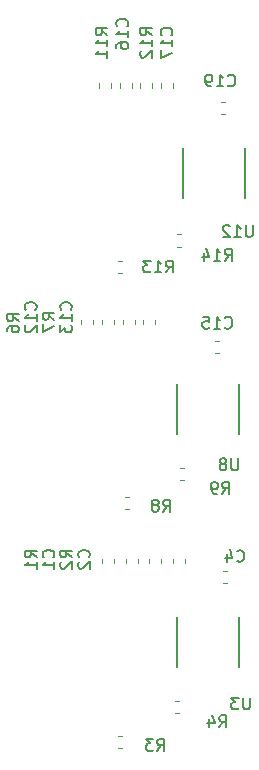
<source format=gbr>
%TF.GenerationSoftware,KiCad,Pcbnew,5.1.5+dfsg1-2build2*%
%TF.CreationDate,2020-12-26T23:47:44-08:00*%
%TF.ProjectId,motorcontroller,6d6f746f-7263-46f6-9e74-726f6c6c6572,rev?*%
%TF.SameCoordinates,Original*%
%TF.FileFunction,Legend,Bot*%
%TF.FilePolarity,Positive*%
%FSLAX46Y46*%
G04 Gerber Fmt 4.6, Leading zero omitted, Abs format (unit mm)*
G04 Created by KiCad (PCBNEW 5.1.5+dfsg1-2build2) date 2020-12-26 23:47:44*
%MOMM*%
%LPD*%
G04 APERTURE LIST*
%ADD10C,0.152400*%
%ADD11C,0.120000*%
%ADD12C,0.150000*%
G04 APERTURE END LIST*
D10*
X104128900Y-96629100D02*
X104128900Y-100870900D01*
X98871100Y-100870900D02*
X98871100Y-96629100D01*
X103628900Y-116629100D02*
X103628900Y-120870900D01*
X98371100Y-120870900D02*
X98371100Y-116629100D01*
X103628900Y-136379100D02*
X103628900Y-140620900D01*
X98371100Y-140620900D02*
X98371100Y-136379100D01*
D11*
X98328733Y-103990000D02*
X98671267Y-103990000D01*
X98328733Y-105010000D02*
X98671267Y-105010000D01*
X93328733Y-106240000D02*
X93671267Y-106240000D01*
X93328733Y-107260000D02*
X93671267Y-107260000D01*
X95240000Y-91546267D02*
X95240000Y-91203733D01*
X96260000Y-91546267D02*
X96260000Y-91203733D01*
X92760000Y-91203733D02*
X92760000Y-91546267D01*
X91740000Y-91203733D02*
X91740000Y-91546267D01*
X98578733Y-123740000D02*
X98921267Y-123740000D01*
X98578733Y-124760000D02*
X98921267Y-124760000D01*
X93953733Y-126240000D02*
X94296267Y-126240000D01*
X93953733Y-127260000D02*
X94296267Y-127260000D01*
X93740000Y-111546267D02*
X93740000Y-111203733D01*
X94760000Y-111546267D02*
X94760000Y-111203733D01*
X91260000Y-111203733D02*
X91260000Y-111546267D01*
X90240000Y-111203733D02*
X90240000Y-111546267D01*
X98203733Y-143490000D02*
X98546267Y-143490000D01*
X98203733Y-144510000D02*
X98546267Y-144510000D01*
X93328733Y-146490000D02*
X93671267Y-146490000D01*
X93328733Y-147510000D02*
X93671267Y-147510000D01*
X95990000Y-131796267D02*
X95990000Y-131453733D01*
X97010000Y-131796267D02*
X97010000Y-131453733D01*
X93010000Y-131453733D02*
X93010000Y-131796267D01*
X91990000Y-131453733D02*
X91990000Y-131796267D01*
X102421267Y-93760000D02*
X102078733Y-93760000D01*
X102421267Y-92740000D02*
X102078733Y-92740000D01*
X96990000Y-91546267D02*
X96990000Y-91203733D01*
X98010000Y-91546267D02*
X98010000Y-91203733D01*
X93490000Y-91546267D02*
X93490000Y-91203733D01*
X94510000Y-91546267D02*
X94510000Y-91203733D01*
X101921267Y-114010000D02*
X101578733Y-114010000D01*
X101921267Y-112990000D02*
X101578733Y-112990000D01*
X95490000Y-111546267D02*
X95490000Y-111203733D01*
X96510000Y-111546267D02*
X96510000Y-111203733D01*
X91990000Y-111546267D02*
X91990000Y-111203733D01*
X93010000Y-111546267D02*
X93010000Y-111203733D01*
X102546267Y-133510000D02*
X102203733Y-133510000D01*
X102546267Y-132490000D02*
X102203733Y-132490000D01*
X97990000Y-131796267D02*
X97990000Y-131453733D01*
X99010000Y-131796267D02*
X99010000Y-131453733D01*
X93990000Y-131796267D02*
X93990000Y-131453733D01*
X95010000Y-131796267D02*
X95010000Y-131453733D01*
D12*
X104738095Y-103202380D02*
X104738095Y-104011904D01*
X104690476Y-104107142D01*
X104642857Y-104154761D01*
X104547619Y-104202380D01*
X104357142Y-104202380D01*
X104261904Y-104154761D01*
X104214285Y-104107142D01*
X104166666Y-104011904D01*
X104166666Y-103202380D01*
X103166666Y-104202380D02*
X103738095Y-104202380D01*
X103452380Y-104202380D02*
X103452380Y-103202380D01*
X103547619Y-103345238D01*
X103642857Y-103440476D01*
X103738095Y-103488095D01*
X102785714Y-103297619D02*
X102738095Y-103250000D01*
X102642857Y-103202380D01*
X102404761Y-103202380D01*
X102309523Y-103250000D01*
X102261904Y-103297619D01*
X102214285Y-103392857D01*
X102214285Y-103488095D01*
X102261904Y-103630952D01*
X102833333Y-104202380D01*
X102214285Y-104202380D01*
X103511904Y-122952380D02*
X103511904Y-123761904D01*
X103464285Y-123857142D01*
X103416666Y-123904761D01*
X103321428Y-123952380D01*
X103130952Y-123952380D01*
X103035714Y-123904761D01*
X102988095Y-123857142D01*
X102940476Y-123761904D01*
X102940476Y-122952380D01*
X102321428Y-123380952D02*
X102416666Y-123333333D01*
X102464285Y-123285714D01*
X102511904Y-123190476D01*
X102511904Y-123142857D01*
X102464285Y-123047619D01*
X102416666Y-123000000D01*
X102321428Y-122952380D01*
X102130952Y-122952380D01*
X102035714Y-123000000D01*
X101988095Y-123047619D01*
X101940476Y-123142857D01*
X101940476Y-123190476D01*
X101988095Y-123285714D01*
X102035714Y-123333333D01*
X102130952Y-123380952D01*
X102321428Y-123380952D01*
X102416666Y-123428571D01*
X102464285Y-123476190D01*
X102511904Y-123571428D01*
X102511904Y-123761904D01*
X102464285Y-123857142D01*
X102416666Y-123904761D01*
X102321428Y-123952380D01*
X102130952Y-123952380D01*
X102035714Y-123904761D01*
X101988095Y-123857142D01*
X101940476Y-123761904D01*
X101940476Y-123571428D01*
X101988095Y-123476190D01*
X102035714Y-123428571D01*
X102130952Y-123380952D01*
X104511904Y-143202380D02*
X104511904Y-144011904D01*
X104464285Y-144107142D01*
X104416666Y-144154761D01*
X104321428Y-144202380D01*
X104130952Y-144202380D01*
X104035714Y-144154761D01*
X103988095Y-144107142D01*
X103940476Y-144011904D01*
X103940476Y-143202380D01*
X103559523Y-143202380D02*
X102940476Y-143202380D01*
X103273809Y-143583333D01*
X103130952Y-143583333D01*
X103035714Y-143630952D01*
X102988095Y-143678571D01*
X102940476Y-143773809D01*
X102940476Y-144011904D01*
X102988095Y-144107142D01*
X103035714Y-144154761D01*
X103130952Y-144202380D01*
X103416666Y-144202380D01*
X103511904Y-144154761D01*
X103559523Y-144107142D01*
X102392857Y-106202380D02*
X102726190Y-105726190D01*
X102964285Y-106202380D02*
X102964285Y-105202380D01*
X102583333Y-105202380D01*
X102488095Y-105250000D01*
X102440476Y-105297619D01*
X102392857Y-105392857D01*
X102392857Y-105535714D01*
X102440476Y-105630952D01*
X102488095Y-105678571D01*
X102583333Y-105726190D01*
X102964285Y-105726190D01*
X101440476Y-106202380D02*
X102011904Y-106202380D01*
X101726190Y-106202380D02*
X101726190Y-105202380D01*
X101821428Y-105345238D01*
X101916666Y-105440476D01*
X102011904Y-105488095D01*
X100583333Y-105535714D02*
X100583333Y-106202380D01*
X100821428Y-105154761D02*
X101059523Y-105869047D01*
X100440476Y-105869047D01*
X97392857Y-107202380D02*
X97726190Y-106726190D01*
X97964285Y-107202380D02*
X97964285Y-106202380D01*
X97583333Y-106202380D01*
X97488095Y-106250000D01*
X97440476Y-106297619D01*
X97392857Y-106392857D01*
X97392857Y-106535714D01*
X97440476Y-106630952D01*
X97488095Y-106678571D01*
X97583333Y-106726190D01*
X97964285Y-106726190D01*
X96440476Y-107202380D02*
X97011904Y-107202380D01*
X96726190Y-107202380D02*
X96726190Y-106202380D01*
X96821428Y-106345238D01*
X96916666Y-106440476D01*
X97011904Y-106488095D01*
X96107142Y-106202380D02*
X95488095Y-106202380D01*
X95821428Y-106583333D01*
X95678571Y-106583333D01*
X95583333Y-106630952D01*
X95535714Y-106678571D01*
X95488095Y-106773809D01*
X95488095Y-107011904D01*
X95535714Y-107107142D01*
X95583333Y-107154761D01*
X95678571Y-107202380D01*
X95964285Y-107202380D01*
X96059523Y-107154761D01*
X96107142Y-107107142D01*
X96202380Y-87107142D02*
X95726190Y-86773809D01*
X96202380Y-86535714D02*
X95202380Y-86535714D01*
X95202380Y-86916666D01*
X95250000Y-87011904D01*
X95297619Y-87059523D01*
X95392857Y-87107142D01*
X95535714Y-87107142D01*
X95630952Y-87059523D01*
X95678571Y-87011904D01*
X95726190Y-86916666D01*
X95726190Y-86535714D01*
X96202380Y-88059523D02*
X96202380Y-87488095D01*
X96202380Y-87773809D02*
X95202380Y-87773809D01*
X95345238Y-87678571D01*
X95440476Y-87583333D01*
X95488095Y-87488095D01*
X95297619Y-88440476D02*
X95250000Y-88488095D01*
X95202380Y-88583333D01*
X95202380Y-88821428D01*
X95250000Y-88916666D01*
X95297619Y-88964285D01*
X95392857Y-89011904D01*
X95488095Y-89011904D01*
X95630952Y-88964285D01*
X96202380Y-88392857D01*
X96202380Y-89011904D01*
X92452380Y-87107142D02*
X91976190Y-86773809D01*
X92452380Y-86535714D02*
X91452380Y-86535714D01*
X91452380Y-86916666D01*
X91500000Y-87011904D01*
X91547619Y-87059523D01*
X91642857Y-87107142D01*
X91785714Y-87107142D01*
X91880952Y-87059523D01*
X91928571Y-87011904D01*
X91976190Y-86916666D01*
X91976190Y-86535714D01*
X92452380Y-88059523D02*
X92452380Y-87488095D01*
X92452380Y-87773809D02*
X91452380Y-87773809D01*
X91595238Y-87678571D01*
X91690476Y-87583333D01*
X91738095Y-87488095D01*
X92452380Y-89011904D02*
X92452380Y-88440476D01*
X92452380Y-88726190D02*
X91452380Y-88726190D01*
X91595238Y-88630952D01*
X91690476Y-88535714D01*
X91738095Y-88440476D01*
X102166666Y-125952380D02*
X102500000Y-125476190D01*
X102738095Y-125952380D02*
X102738095Y-124952380D01*
X102357142Y-124952380D01*
X102261904Y-125000000D01*
X102214285Y-125047619D01*
X102166666Y-125142857D01*
X102166666Y-125285714D01*
X102214285Y-125380952D01*
X102261904Y-125428571D01*
X102357142Y-125476190D01*
X102738095Y-125476190D01*
X101690476Y-125952380D02*
X101500000Y-125952380D01*
X101404761Y-125904761D01*
X101357142Y-125857142D01*
X101261904Y-125714285D01*
X101214285Y-125523809D01*
X101214285Y-125142857D01*
X101261904Y-125047619D01*
X101309523Y-125000000D01*
X101404761Y-124952380D01*
X101595238Y-124952380D01*
X101690476Y-125000000D01*
X101738095Y-125047619D01*
X101785714Y-125142857D01*
X101785714Y-125380952D01*
X101738095Y-125476190D01*
X101690476Y-125523809D01*
X101595238Y-125571428D01*
X101404761Y-125571428D01*
X101309523Y-125523809D01*
X101261904Y-125476190D01*
X101214285Y-125380952D01*
X97166666Y-127452380D02*
X97500000Y-126976190D01*
X97738095Y-127452380D02*
X97738095Y-126452380D01*
X97357142Y-126452380D01*
X97261904Y-126500000D01*
X97214285Y-126547619D01*
X97166666Y-126642857D01*
X97166666Y-126785714D01*
X97214285Y-126880952D01*
X97261904Y-126928571D01*
X97357142Y-126976190D01*
X97738095Y-126976190D01*
X96595238Y-126880952D02*
X96690476Y-126833333D01*
X96738095Y-126785714D01*
X96785714Y-126690476D01*
X96785714Y-126642857D01*
X96738095Y-126547619D01*
X96690476Y-126500000D01*
X96595238Y-126452380D01*
X96404761Y-126452380D01*
X96309523Y-126500000D01*
X96261904Y-126547619D01*
X96214285Y-126642857D01*
X96214285Y-126690476D01*
X96261904Y-126785714D01*
X96309523Y-126833333D01*
X96404761Y-126880952D01*
X96595238Y-126880952D01*
X96690476Y-126928571D01*
X96738095Y-126976190D01*
X96785714Y-127071428D01*
X96785714Y-127261904D01*
X96738095Y-127357142D01*
X96690476Y-127404761D01*
X96595238Y-127452380D01*
X96404761Y-127452380D01*
X96309523Y-127404761D01*
X96261904Y-127357142D01*
X96214285Y-127261904D01*
X96214285Y-127071428D01*
X96261904Y-126976190D01*
X96309523Y-126928571D01*
X96404761Y-126880952D01*
X87952380Y-111208333D02*
X87476190Y-110875000D01*
X87952380Y-110636904D02*
X86952380Y-110636904D01*
X86952380Y-111017857D01*
X87000000Y-111113095D01*
X87047619Y-111160714D01*
X87142857Y-111208333D01*
X87285714Y-111208333D01*
X87380952Y-111160714D01*
X87428571Y-111113095D01*
X87476190Y-111017857D01*
X87476190Y-110636904D01*
X86952380Y-111541666D02*
X86952380Y-112208333D01*
X87952380Y-111779761D01*
X84952380Y-111333333D02*
X84476190Y-111000000D01*
X84952380Y-110761904D02*
X83952380Y-110761904D01*
X83952380Y-111142857D01*
X84000000Y-111238095D01*
X84047619Y-111285714D01*
X84142857Y-111333333D01*
X84285714Y-111333333D01*
X84380952Y-111285714D01*
X84428571Y-111238095D01*
X84476190Y-111142857D01*
X84476190Y-110761904D01*
X83952380Y-112190476D02*
X83952380Y-112000000D01*
X84000000Y-111904761D01*
X84047619Y-111857142D01*
X84190476Y-111761904D01*
X84380952Y-111714285D01*
X84761904Y-111714285D01*
X84857142Y-111761904D01*
X84904761Y-111809523D01*
X84952380Y-111904761D01*
X84952380Y-112095238D01*
X84904761Y-112190476D01*
X84857142Y-112238095D01*
X84761904Y-112285714D01*
X84523809Y-112285714D01*
X84428571Y-112238095D01*
X84380952Y-112190476D01*
X84333333Y-112095238D01*
X84333333Y-111904761D01*
X84380952Y-111809523D01*
X84428571Y-111761904D01*
X84523809Y-111714285D01*
X101916666Y-145702380D02*
X102250000Y-145226190D01*
X102488095Y-145702380D02*
X102488095Y-144702380D01*
X102107142Y-144702380D01*
X102011904Y-144750000D01*
X101964285Y-144797619D01*
X101916666Y-144892857D01*
X101916666Y-145035714D01*
X101964285Y-145130952D01*
X102011904Y-145178571D01*
X102107142Y-145226190D01*
X102488095Y-145226190D01*
X101059523Y-145035714D02*
X101059523Y-145702380D01*
X101297619Y-144654761D02*
X101535714Y-145369047D01*
X100916666Y-145369047D01*
X96666666Y-147702380D02*
X97000000Y-147226190D01*
X97238095Y-147702380D02*
X97238095Y-146702380D01*
X96857142Y-146702380D01*
X96761904Y-146750000D01*
X96714285Y-146797619D01*
X96666666Y-146892857D01*
X96666666Y-147035714D01*
X96714285Y-147130952D01*
X96761904Y-147178571D01*
X96857142Y-147226190D01*
X97238095Y-147226190D01*
X96333333Y-146702380D02*
X95714285Y-146702380D01*
X96047619Y-147083333D01*
X95904761Y-147083333D01*
X95809523Y-147130952D01*
X95761904Y-147178571D01*
X95714285Y-147273809D01*
X95714285Y-147511904D01*
X95761904Y-147607142D01*
X95809523Y-147654761D01*
X95904761Y-147702380D01*
X96190476Y-147702380D01*
X96285714Y-147654761D01*
X96333333Y-147607142D01*
X89452380Y-131333333D02*
X88976190Y-131000000D01*
X89452380Y-130761904D02*
X88452380Y-130761904D01*
X88452380Y-131142857D01*
X88500000Y-131238095D01*
X88547619Y-131285714D01*
X88642857Y-131333333D01*
X88785714Y-131333333D01*
X88880952Y-131285714D01*
X88928571Y-131238095D01*
X88976190Y-131142857D01*
X88976190Y-130761904D01*
X88547619Y-131714285D02*
X88500000Y-131761904D01*
X88452380Y-131857142D01*
X88452380Y-132095238D01*
X88500000Y-132190476D01*
X88547619Y-132238095D01*
X88642857Y-132285714D01*
X88738095Y-132285714D01*
X88880952Y-132238095D01*
X89452380Y-131666666D01*
X89452380Y-132285714D01*
X86452380Y-131333333D02*
X85976190Y-131000000D01*
X86452380Y-130761904D02*
X85452380Y-130761904D01*
X85452380Y-131142857D01*
X85500000Y-131238095D01*
X85547619Y-131285714D01*
X85642857Y-131333333D01*
X85785714Y-131333333D01*
X85880952Y-131285714D01*
X85928571Y-131238095D01*
X85976190Y-131142857D01*
X85976190Y-130761904D01*
X86452380Y-132285714D02*
X86452380Y-131714285D01*
X86452380Y-132000000D02*
X85452380Y-132000000D01*
X85595238Y-131904761D01*
X85690476Y-131809523D01*
X85738095Y-131714285D01*
X102642857Y-91357142D02*
X102690476Y-91404761D01*
X102833333Y-91452380D01*
X102928571Y-91452380D01*
X103071428Y-91404761D01*
X103166666Y-91309523D01*
X103214285Y-91214285D01*
X103261904Y-91023809D01*
X103261904Y-90880952D01*
X103214285Y-90690476D01*
X103166666Y-90595238D01*
X103071428Y-90500000D01*
X102928571Y-90452380D01*
X102833333Y-90452380D01*
X102690476Y-90500000D01*
X102642857Y-90547619D01*
X101690476Y-91452380D02*
X102261904Y-91452380D01*
X101976190Y-91452380D02*
X101976190Y-90452380D01*
X102071428Y-90595238D01*
X102166666Y-90690476D01*
X102261904Y-90738095D01*
X101214285Y-91452380D02*
X101023809Y-91452380D01*
X100928571Y-91404761D01*
X100880952Y-91357142D01*
X100785714Y-91214285D01*
X100738095Y-91023809D01*
X100738095Y-90642857D01*
X100785714Y-90547619D01*
X100833333Y-90500000D01*
X100928571Y-90452380D01*
X101119047Y-90452380D01*
X101214285Y-90500000D01*
X101261904Y-90547619D01*
X101309523Y-90642857D01*
X101309523Y-90880952D01*
X101261904Y-90976190D01*
X101214285Y-91023809D01*
X101119047Y-91071428D01*
X100928571Y-91071428D01*
X100833333Y-91023809D01*
X100785714Y-90976190D01*
X100738095Y-90880952D01*
X97857142Y-87107142D02*
X97904761Y-87059523D01*
X97952380Y-86916666D01*
X97952380Y-86821428D01*
X97904761Y-86678571D01*
X97809523Y-86583333D01*
X97714285Y-86535714D01*
X97523809Y-86488095D01*
X97380952Y-86488095D01*
X97190476Y-86535714D01*
X97095238Y-86583333D01*
X97000000Y-86678571D01*
X96952380Y-86821428D01*
X96952380Y-86916666D01*
X97000000Y-87059523D01*
X97047619Y-87107142D01*
X97952380Y-88059523D02*
X97952380Y-87488095D01*
X97952380Y-87773809D02*
X96952380Y-87773809D01*
X97095238Y-87678571D01*
X97190476Y-87583333D01*
X97238095Y-87488095D01*
X96952380Y-88392857D02*
X96952380Y-89059523D01*
X97952380Y-88630952D01*
X94107142Y-86357142D02*
X94154761Y-86309523D01*
X94202380Y-86166666D01*
X94202380Y-86071428D01*
X94154761Y-85928571D01*
X94059523Y-85833333D01*
X93964285Y-85785714D01*
X93773809Y-85738095D01*
X93630952Y-85738095D01*
X93440476Y-85785714D01*
X93345238Y-85833333D01*
X93250000Y-85928571D01*
X93202380Y-86071428D01*
X93202380Y-86166666D01*
X93250000Y-86309523D01*
X93297619Y-86357142D01*
X94202380Y-87309523D02*
X94202380Y-86738095D01*
X94202380Y-87023809D02*
X93202380Y-87023809D01*
X93345238Y-86928571D01*
X93440476Y-86833333D01*
X93488095Y-86738095D01*
X93202380Y-88166666D02*
X93202380Y-87976190D01*
X93250000Y-87880952D01*
X93297619Y-87833333D01*
X93440476Y-87738095D01*
X93630952Y-87690476D01*
X94011904Y-87690476D01*
X94107142Y-87738095D01*
X94154761Y-87785714D01*
X94202380Y-87880952D01*
X94202380Y-88071428D01*
X94154761Y-88166666D01*
X94107142Y-88214285D01*
X94011904Y-88261904D01*
X93773809Y-88261904D01*
X93678571Y-88214285D01*
X93630952Y-88166666D01*
X93583333Y-88071428D01*
X93583333Y-87880952D01*
X93630952Y-87785714D01*
X93678571Y-87738095D01*
X93773809Y-87690476D01*
X102392857Y-111857142D02*
X102440476Y-111904761D01*
X102583333Y-111952380D01*
X102678571Y-111952380D01*
X102821428Y-111904761D01*
X102916666Y-111809523D01*
X102964285Y-111714285D01*
X103011904Y-111523809D01*
X103011904Y-111380952D01*
X102964285Y-111190476D01*
X102916666Y-111095238D01*
X102821428Y-111000000D01*
X102678571Y-110952380D01*
X102583333Y-110952380D01*
X102440476Y-111000000D01*
X102392857Y-111047619D01*
X101440476Y-111952380D02*
X102011904Y-111952380D01*
X101726190Y-111952380D02*
X101726190Y-110952380D01*
X101821428Y-111095238D01*
X101916666Y-111190476D01*
X102011904Y-111238095D01*
X100535714Y-110952380D02*
X101011904Y-110952380D01*
X101059523Y-111428571D01*
X101011904Y-111380952D01*
X100916666Y-111333333D01*
X100678571Y-111333333D01*
X100583333Y-111380952D01*
X100535714Y-111428571D01*
X100488095Y-111523809D01*
X100488095Y-111761904D01*
X100535714Y-111857142D01*
X100583333Y-111904761D01*
X100678571Y-111952380D01*
X100916666Y-111952380D01*
X101011904Y-111904761D01*
X101059523Y-111857142D01*
X89357142Y-110357142D02*
X89404761Y-110309523D01*
X89452380Y-110166666D01*
X89452380Y-110071428D01*
X89404761Y-109928571D01*
X89309523Y-109833333D01*
X89214285Y-109785714D01*
X89023809Y-109738095D01*
X88880952Y-109738095D01*
X88690476Y-109785714D01*
X88595238Y-109833333D01*
X88500000Y-109928571D01*
X88452380Y-110071428D01*
X88452380Y-110166666D01*
X88500000Y-110309523D01*
X88547619Y-110357142D01*
X89452380Y-111309523D02*
X89452380Y-110738095D01*
X89452380Y-111023809D02*
X88452380Y-111023809D01*
X88595238Y-110928571D01*
X88690476Y-110833333D01*
X88738095Y-110738095D01*
X88452380Y-111642857D02*
X88452380Y-112261904D01*
X88833333Y-111928571D01*
X88833333Y-112071428D01*
X88880952Y-112166666D01*
X88928571Y-112214285D01*
X89023809Y-112261904D01*
X89261904Y-112261904D01*
X89357142Y-112214285D01*
X89404761Y-112166666D01*
X89452380Y-112071428D01*
X89452380Y-111785714D01*
X89404761Y-111690476D01*
X89357142Y-111642857D01*
X86357142Y-110357142D02*
X86404761Y-110309523D01*
X86452380Y-110166666D01*
X86452380Y-110071428D01*
X86404761Y-109928571D01*
X86309523Y-109833333D01*
X86214285Y-109785714D01*
X86023809Y-109738095D01*
X85880952Y-109738095D01*
X85690476Y-109785714D01*
X85595238Y-109833333D01*
X85500000Y-109928571D01*
X85452380Y-110071428D01*
X85452380Y-110166666D01*
X85500000Y-110309523D01*
X85547619Y-110357142D01*
X86452380Y-111309523D02*
X86452380Y-110738095D01*
X86452380Y-111023809D02*
X85452380Y-111023809D01*
X85595238Y-110928571D01*
X85690476Y-110833333D01*
X85738095Y-110738095D01*
X85547619Y-111690476D02*
X85500000Y-111738095D01*
X85452380Y-111833333D01*
X85452380Y-112071428D01*
X85500000Y-112166666D01*
X85547619Y-112214285D01*
X85642857Y-112261904D01*
X85738095Y-112261904D01*
X85880952Y-112214285D01*
X86452380Y-111642857D01*
X86452380Y-112261904D01*
X103416666Y-131607142D02*
X103464285Y-131654761D01*
X103607142Y-131702380D01*
X103702380Y-131702380D01*
X103845238Y-131654761D01*
X103940476Y-131559523D01*
X103988095Y-131464285D01*
X104035714Y-131273809D01*
X104035714Y-131130952D01*
X103988095Y-130940476D01*
X103940476Y-130845238D01*
X103845238Y-130750000D01*
X103702380Y-130702380D01*
X103607142Y-130702380D01*
X103464285Y-130750000D01*
X103416666Y-130797619D01*
X102559523Y-131035714D02*
X102559523Y-131702380D01*
X102797619Y-130654761D02*
X103035714Y-131369047D01*
X102416666Y-131369047D01*
X90857142Y-131333333D02*
X90904761Y-131285714D01*
X90952380Y-131142857D01*
X90952380Y-131047619D01*
X90904761Y-130904761D01*
X90809523Y-130809523D01*
X90714285Y-130761904D01*
X90523809Y-130714285D01*
X90380952Y-130714285D01*
X90190476Y-130761904D01*
X90095238Y-130809523D01*
X90000000Y-130904761D01*
X89952380Y-131047619D01*
X89952380Y-131142857D01*
X90000000Y-131285714D01*
X90047619Y-131333333D01*
X90047619Y-131714285D02*
X90000000Y-131761904D01*
X89952380Y-131857142D01*
X89952380Y-132095238D01*
X90000000Y-132190476D01*
X90047619Y-132238095D01*
X90142857Y-132285714D01*
X90238095Y-132285714D01*
X90380952Y-132238095D01*
X90952380Y-131666666D01*
X90952380Y-132285714D01*
X87857142Y-131333333D02*
X87904761Y-131285714D01*
X87952380Y-131142857D01*
X87952380Y-131047619D01*
X87904761Y-130904761D01*
X87809523Y-130809523D01*
X87714285Y-130761904D01*
X87523809Y-130714285D01*
X87380952Y-130714285D01*
X87190476Y-130761904D01*
X87095238Y-130809523D01*
X87000000Y-130904761D01*
X86952380Y-131047619D01*
X86952380Y-131142857D01*
X87000000Y-131285714D01*
X87047619Y-131333333D01*
X87952380Y-132285714D02*
X87952380Y-131714285D01*
X87952380Y-132000000D02*
X86952380Y-132000000D01*
X87095238Y-131904761D01*
X87190476Y-131809523D01*
X87238095Y-131714285D01*
M02*

</source>
